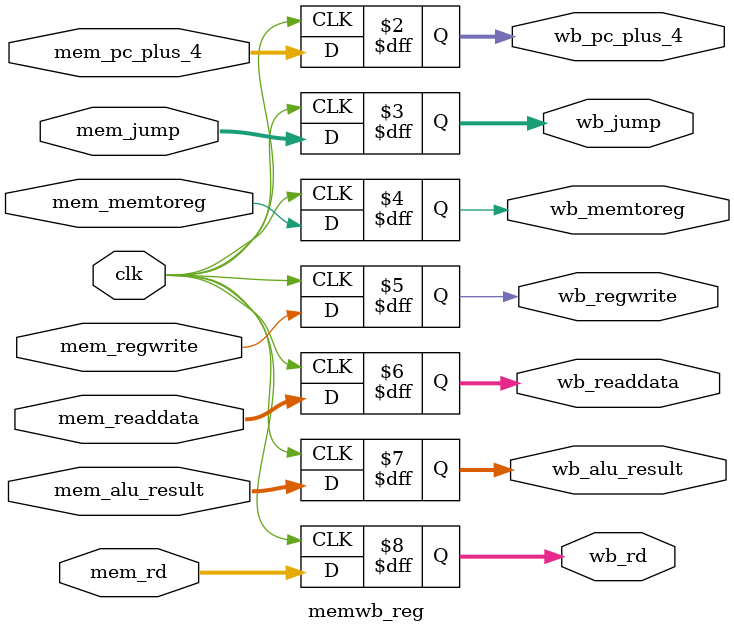
<source format=v>


module memwb_reg #(
  parameter DATA_WIDTH = 32
)(
  // \TODO: Add flush or stall signal if it is needed

  //////////////////////////////////////
  // Inputs
  //////////////////////////////////////
  input clk,

  input [DATA_WIDTH-1:0] mem_pc_plus_4,

  // wb control
  input [1:0] mem_jump,
  input mem_memtoreg,
  input mem_regwrite,
  
  input [DATA_WIDTH-1:0] mem_readdata,
  input [DATA_WIDTH-1:0] mem_alu_result,
  input [4:0] mem_rd,
  
  //////////////////////////////////////
  // Outputs
  //////////////////////////////////////
  output reg [DATA_WIDTH-1:0] wb_pc_plus_4,

  // wb control
  output reg [1:0] wb_jump,
  output reg wb_memtoreg,
  output reg wb_regwrite,
  
  output reg [DATA_WIDTH-1:0] wb_readdata,
  output reg [DATA_WIDTH-1:0] wb_alu_result,
  output reg [4:0] wb_rd
);

// \TODO: Implement MEM/WB pipeline register module
always @(posedge clk) begin
  wb_pc_plus_4 <= mem_pc_plus_4;
  wb_jump <= mem_jump;
  wb_memtoreg <= mem_memtoreg;
  wb_regwrite <= mem_regwrite;
  wb_readdata <= mem_readdata;
  wb_alu_result <= mem_alu_result;
  wb_rd <= mem_rd;
end

endmodule

</source>
